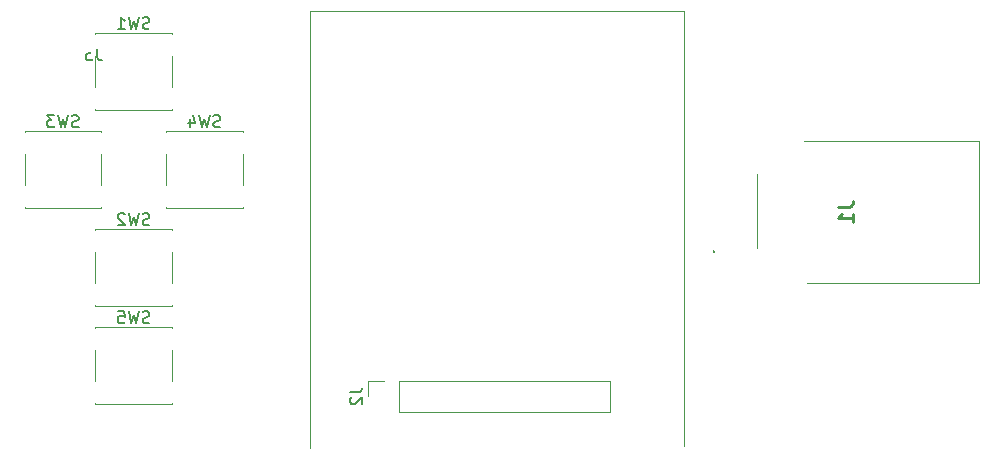
<source format=gbo>
%TF.GenerationSoftware,KiCad,Pcbnew,(5.1.12)-1*%
%TF.CreationDate,2023-03-06T18:53:53+01:00*%
%TF.ProjectId,C4V1,43345631-2e6b-4696-9361-645f70636258,rev?*%
%TF.SameCoordinates,Original*%
%TF.FileFunction,Legend,Bot*%
%TF.FilePolarity,Positive*%
%FSLAX46Y46*%
G04 Gerber Fmt 4.6, Leading zero omitted, Abs format (unit mm)*
G04 Created by KiCad (PCBNEW (5.1.12)-1) date 2023-03-06 18:53:53*
%MOMM*%
%LPD*%
G01*
G04 APERTURE LIST*
%ADD10C,0.120000*%
%ADD11C,0.200000*%
%ADD12C,0.100000*%
%ADD13C,0.150000*%
%ADD14C,0.254000*%
%ADD15R,1.550000X1.300000*%
%ADD16C,2.000000*%
%ADD17C,1.100000*%
%ADD18C,3.900000*%
%ADD19R,2.000000X1.200000*%
%ADD20O,1.700000X1.700000*%
%ADD21R,1.700000X1.700000*%
G04 APERTURE END LIST*
D10*
X80700000Y-99000000D02*
X80700000Y-136000000D01*
X112400000Y-99000000D02*
X80700000Y-99000000D01*
X112400000Y-135800000D02*
X112400000Y-99000000D01*
X68570000Y-109170000D02*
X68570000Y-109200000D01*
X68570000Y-115630000D02*
X68570000Y-115600000D01*
X75030000Y-115630000D02*
X75030000Y-115600000D01*
X75030000Y-109200000D02*
X75030000Y-109170000D01*
X68570000Y-111100000D02*
X68570000Y-113700000D01*
X75030000Y-109170000D02*
X68570000Y-109170000D01*
X75030000Y-111100000D02*
X75030000Y-113700000D01*
X75030000Y-115630000D02*
X68570000Y-115630000D01*
X62570000Y-117470000D02*
X62570000Y-117500000D01*
X62570000Y-123930000D02*
X62570000Y-123900000D01*
X69030000Y-123930000D02*
X69030000Y-123900000D01*
X69030000Y-117500000D02*
X69030000Y-117470000D01*
X62570000Y-119400000D02*
X62570000Y-122000000D01*
X69030000Y-117470000D02*
X62570000Y-117470000D01*
X69030000Y-119400000D02*
X69030000Y-122000000D01*
X69030000Y-123930000D02*
X62570000Y-123930000D01*
D11*
X114900000Y-119400000D02*
G75*
G03*
X114900000Y-119300000I0J50000D01*
G01*
X114900000Y-119300000D02*
G75*
G03*
X114900000Y-119400000I0J-50000D01*
G01*
X114900000Y-119400000D02*
G75*
G03*
X114900000Y-119300000I0J50000D01*
G01*
D12*
X137400000Y-110000000D02*
X137400000Y-122000000D01*
X137400000Y-122000000D02*
X137400000Y-122000000D01*
X137400000Y-122000000D02*
X137400000Y-110000000D01*
X137400000Y-110000000D02*
X137400000Y-110000000D01*
X118600000Y-119000000D02*
X118600000Y-112750000D01*
X118600000Y-112750000D02*
X118600000Y-112750000D01*
X118600000Y-112750000D02*
X118600000Y-119000000D01*
X118600000Y-119000000D02*
X118600000Y-119000000D01*
X122600000Y-110000000D02*
X122600000Y-110000000D01*
X122600000Y-110000000D02*
X137400000Y-110000000D01*
X137400000Y-110000000D02*
X137400000Y-110000000D01*
X137400000Y-110000000D02*
X122600000Y-110000000D01*
X137400000Y-122000000D02*
X137400000Y-122000000D01*
X137400000Y-122000000D02*
X122850000Y-122000000D01*
X122850000Y-122000000D02*
X122850000Y-122000000D01*
X122850000Y-122000000D02*
X137400000Y-122000000D01*
D11*
X114900000Y-119300000D02*
X114900000Y-119300000D01*
X114900000Y-119400000D02*
X114900000Y-119400000D01*
X114900000Y-119300000D02*
X114900000Y-119300000D01*
D10*
X62570000Y-125770000D02*
X62570000Y-125800000D01*
X62570000Y-132230000D02*
X62570000Y-132200000D01*
X69030000Y-132230000D02*
X69030000Y-132200000D01*
X69030000Y-125800000D02*
X69030000Y-125770000D01*
X62570000Y-127700000D02*
X62570000Y-130300000D01*
X69030000Y-125770000D02*
X62570000Y-125770000D01*
X69030000Y-127700000D02*
X69030000Y-130300000D01*
X69030000Y-132230000D02*
X62570000Y-132230000D01*
X56570000Y-109170000D02*
X56570000Y-109200000D01*
X56570000Y-115630000D02*
X56570000Y-115600000D01*
X63030000Y-115630000D02*
X63030000Y-115600000D01*
X63030000Y-109200000D02*
X63030000Y-109170000D01*
X56570000Y-111100000D02*
X56570000Y-113700000D01*
X63030000Y-109170000D02*
X56570000Y-109170000D01*
X63030000Y-111100000D02*
X63030000Y-113700000D01*
X63030000Y-115630000D02*
X56570000Y-115630000D01*
X62570000Y-100870000D02*
X62570000Y-100900000D01*
X62570000Y-107330000D02*
X62570000Y-107300000D01*
X69030000Y-107330000D02*
X69030000Y-107300000D01*
X69030000Y-100900000D02*
X69030000Y-100870000D01*
X62570000Y-102800000D02*
X62570000Y-105400000D01*
X69030000Y-100870000D02*
X62570000Y-100870000D01*
X69030000Y-102800000D02*
X69030000Y-105400000D01*
X69030000Y-107330000D02*
X62570000Y-107330000D01*
X106110000Y-130270000D02*
X106110000Y-132930000D01*
X88270000Y-130270000D02*
X106110000Y-130270000D01*
X88270000Y-132930000D02*
X106110000Y-132930000D01*
X88270000Y-130270000D02*
X88270000Y-132930000D01*
X87000000Y-130270000D02*
X85670000Y-130270000D01*
X85670000Y-130270000D02*
X85670000Y-131600000D01*
D13*
X73133333Y-108754761D02*
X72990476Y-108802380D01*
X72752380Y-108802380D01*
X72657142Y-108754761D01*
X72609523Y-108707142D01*
X72561904Y-108611904D01*
X72561904Y-108516666D01*
X72609523Y-108421428D01*
X72657142Y-108373809D01*
X72752380Y-108326190D01*
X72942857Y-108278571D01*
X73038095Y-108230952D01*
X73085714Y-108183333D01*
X73133333Y-108088095D01*
X73133333Y-107992857D01*
X73085714Y-107897619D01*
X73038095Y-107850000D01*
X72942857Y-107802380D01*
X72704761Y-107802380D01*
X72561904Y-107850000D01*
X72228571Y-107802380D02*
X71990476Y-108802380D01*
X71800000Y-108088095D01*
X71609523Y-108802380D01*
X71371428Y-107802380D01*
X70561904Y-108135714D02*
X70561904Y-108802380D01*
X70800000Y-107754761D02*
X71038095Y-108469047D01*
X70419047Y-108469047D01*
X67133333Y-117054761D02*
X66990476Y-117102380D01*
X66752380Y-117102380D01*
X66657142Y-117054761D01*
X66609523Y-117007142D01*
X66561904Y-116911904D01*
X66561904Y-116816666D01*
X66609523Y-116721428D01*
X66657142Y-116673809D01*
X66752380Y-116626190D01*
X66942857Y-116578571D01*
X67038095Y-116530952D01*
X67085714Y-116483333D01*
X67133333Y-116388095D01*
X67133333Y-116292857D01*
X67085714Y-116197619D01*
X67038095Y-116150000D01*
X66942857Y-116102380D01*
X66704761Y-116102380D01*
X66561904Y-116150000D01*
X66228571Y-116102380D02*
X65990476Y-117102380D01*
X65800000Y-116388095D01*
X65609523Y-117102380D01*
X65371428Y-116102380D01*
X65038095Y-116197619D02*
X64990476Y-116150000D01*
X64895238Y-116102380D01*
X64657142Y-116102380D01*
X64561904Y-116150000D01*
X64514285Y-116197619D01*
X64466666Y-116292857D01*
X64466666Y-116388095D01*
X64514285Y-116530952D01*
X65085714Y-117102380D01*
X64466666Y-117102380D01*
X62733333Y-102152380D02*
X62733333Y-102866666D01*
X62780952Y-103009523D01*
X62876190Y-103104761D01*
X63019047Y-103152380D01*
X63114285Y-103152380D01*
X62352380Y-102152380D02*
X61733333Y-102152380D01*
X62066666Y-102533333D01*
X61923809Y-102533333D01*
X61828571Y-102580952D01*
X61780952Y-102628571D01*
X61733333Y-102723809D01*
X61733333Y-102961904D01*
X61780952Y-103057142D01*
X61828571Y-103104761D01*
X61923809Y-103152380D01*
X62209523Y-103152380D01*
X62304761Y-103104761D01*
X62352380Y-103057142D01*
D14*
X125429523Y-115576666D02*
X126336666Y-115576666D01*
X126518095Y-115516190D01*
X126639047Y-115395238D01*
X126699523Y-115213809D01*
X126699523Y-115092857D01*
X126699523Y-116846666D02*
X126699523Y-116120952D01*
X126699523Y-116483809D02*
X125429523Y-116483809D01*
X125610952Y-116362857D01*
X125731904Y-116241904D01*
X125792380Y-116120952D01*
D13*
X67133333Y-125354761D02*
X66990476Y-125402380D01*
X66752380Y-125402380D01*
X66657142Y-125354761D01*
X66609523Y-125307142D01*
X66561904Y-125211904D01*
X66561904Y-125116666D01*
X66609523Y-125021428D01*
X66657142Y-124973809D01*
X66752380Y-124926190D01*
X66942857Y-124878571D01*
X67038095Y-124830952D01*
X67085714Y-124783333D01*
X67133333Y-124688095D01*
X67133333Y-124592857D01*
X67085714Y-124497619D01*
X67038095Y-124450000D01*
X66942857Y-124402380D01*
X66704761Y-124402380D01*
X66561904Y-124450000D01*
X66228571Y-124402380D02*
X65990476Y-125402380D01*
X65800000Y-124688095D01*
X65609523Y-125402380D01*
X65371428Y-124402380D01*
X64514285Y-124402380D02*
X64990476Y-124402380D01*
X65038095Y-124878571D01*
X64990476Y-124830952D01*
X64895238Y-124783333D01*
X64657142Y-124783333D01*
X64561904Y-124830952D01*
X64514285Y-124878571D01*
X64466666Y-124973809D01*
X64466666Y-125211904D01*
X64514285Y-125307142D01*
X64561904Y-125354761D01*
X64657142Y-125402380D01*
X64895238Y-125402380D01*
X64990476Y-125354761D01*
X65038095Y-125307142D01*
X61133333Y-108754761D02*
X60990476Y-108802380D01*
X60752380Y-108802380D01*
X60657142Y-108754761D01*
X60609523Y-108707142D01*
X60561904Y-108611904D01*
X60561904Y-108516666D01*
X60609523Y-108421428D01*
X60657142Y-108373809D01*
X60752380Y-108326190D01*
X60942857Y-108278571D01*
X61038095Y-108230952D01*
X61085714Y-108183333D01*
X61133333Y-108088095D01*
X61133333Y-107992857D01*
X61085714Y-107897619D01*
X61038095Y-107850000D01*
X60942857Y-107802380D01*
X60704761Y-107802380D01*
X60561904Y-107850000D01*
X60228571Y-107802380D02*
X59990476Y-108802380D01*
X59800000Y-108088095D01*
X59609523Y-108802380D01*
X59371428Y-107802380D01*
X59085714Y-107802380D02*
X58466666Y-107802380D01*
X58800000Y-108183333D01*
X58657142Y-108183333D01*
X58561904Y-108230952D01*
X58514285Y-108278571D01*
X58466666Y-108373809D01*
X58466666Y-108611904D01*
X58514285Y-108707142D01*
X58561904Y-108754761D01*
X58657142Y-108802380D01*
X58942857Y-108802380D01*
X59038095Y-108754761D01*
X59085714Y-108707142D01*
X67133333Y-100454761D02*
X66990476Y-100502380D01*
X66752380Y-100502380D01*
X66657142Y-100454761D01*
X66609523Y-100407142D01*
X66561904Y-100311904D01*
X66561904Y-100216666D01*
X66609523Y-100121428D01*
X66657142Y-100073809D01*
X66752380Y-100026190D01*
X66942857Y-99978571D01*
X67038095Y-99930952D01*
X67085714Y-99883333D01*
X67133333Y-99788095D01*
X67133333Y-99692857D01*
X67085714Y-99597619D01*
X67038095Y-99550000D01*
X66942857Y-99502380D01*
X66704761Y-99502380D01*
X66561904Y-99550000D01*
X66228571Y-99502380D02*
X65990476Y-100502380D01*
X65800000Y-99788095D01*
X65609523Y-100502380D01*
X65371428Y-99502380D01*
X64466666Y-100502380D02*
X65038095Y-100502380D01*
X64752380Y-100502380D02*
X64752380Y-99502380D01*
X64847619Y-99645238D01*
X64942857Y-99740476D01*
X65038095Y-99788095D01*
X84122380Y-131266666D02*
X84836666Y-131266666D01*
X84979523Y-131219047D01*
X85074761Y-131123809D01*
X85122380Y-130980952D01*
X85122380Y-130885714D01*
X84217619Y-131695238D02*
X84170000Y-131742857D01*
X84122380Y-131838095D01*
X84122380Y-132076190D01*
X84170000Y-132171428D01*
X84217619Y-132219047D01*
X84312857Y-132266666D01*
X84408095Y-132266666D01*
X84550952Y-132219047D01*
X85122380Y-131647619D01*
X85122380Y-132266666D01*
%LPC*%
D15*
X67825000Y-114650000D03*
X67825000Y-110150000D03*
X75775000Y-110150000D03*
X75775000Y-114650000D03*
X61825000Y-122950000D03*
X61825000Y-118450000D03*
X69775000Y-118450000D03*
X69775000Y-122950000D03*
D16*
X70020000Y-98120000D03*
X67480000Y-98120000D03*
X64940000Y-98120000D03*
X62400000Y-98120000D03*
X59860000Y-98120000D03*
D17*
X119600000Y-113750000D03*
X119600000Y-118250000D03*
D18*
X119600000Y-110150000D03*
X119600000Y-121850000D03*
D19*
X117000000Y-112500000D03*
X117000000Y-115000000D03*
X117000000Y-117000000D03*
X117000000Y-119500000D03*
D15*
X61825000Y-131250000D03*
X61825000Y-126750000D03*
X69775000Y-126750000D03*
X69775000Y-131250000D03*
X55825000Y-114650000D03*
X55825000Y-110150000D03*
X63775000Y-110150000D03*
X63775000Y-114650000D03*
X61825000Y-106350000D03*
X61825000Y-101850000D03*
X69775000Y-101850000D03*
X69775000Y-106350000D03*
D20*
X104780000Y-131600000D03*
X102240000Y-131600000D03*
X99700000Y-131600000D03*
X97160000Y-131600000D03*
X94620000Y-131600000D03*
X92080000Y-131600000D03*
X89540000Y-131600000D03*
D21*
X87000000Y-131600000D03*
M02*

</source>
